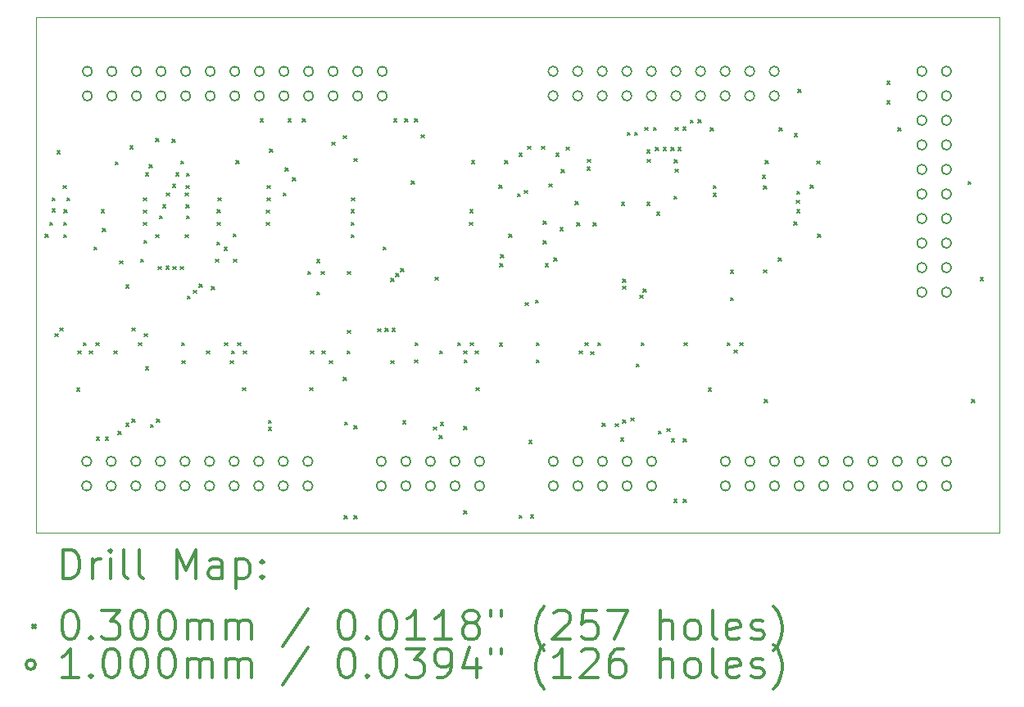
<source format=gbr>
%FSLAX45Y45*%
G04 Gerber Fmt 4.5, Leading zero omitted, Abs format (unit mm)*
G04 Created by KiCad (PCBNEW (5.1.12-1-10_14)) date 2021-12-19 18:27:56*
%MOMM*%
%LPD*%
G01*
G04 APERTURE LIST*
%TA.AperFunction,Profile*%
%ADD10C,0.100000*%
%TD*%
%ADD11C,0.200000*%
%ADD12C,0.300000*%
G04 APERTURE END LIST*
D10*
X3048000Y-6858000D02*
X13004800Y-6858000D01*
X13004800Y-6858000D02*
X13004800Y-12192000D01*
X3048000Y-12192000D02*
X3048000Y-6858000D01*
X13004800Y-12192000D02*
X3048000Y-12192000D01*
D11*
X3144760Y-9098520D02*
X3174760Y-9128520D01*
X3174760Y-9098520D02*
X3144760Y-9128520D01*
X3188731Y-8976600D02*
X3218731Y-9006600D01*
X3218731Y-8976600D02*
X3188731Y-9006600D01*
X3214131Y-8722299D02*
X3244131Y-8752299D01*
X3244131Y-8722299D02*
X3214131Y-8752299D01*
X3214132Y-8839440D02*
X3244132Y-8869440D01*
X3244132Y-8839440D02*
X3214132Y-8869440D01*
X3246360Y-10129760D02*
X3276360Y-10159760D01*
X3276360Y-10129760D02*
X3246360Y-10159760D01*
X3264934Y-8234920D02*
X3294934Y-8264920D01*
X3294934Y-8234920D02*
X3264934Y-8264920D01*
X3295411Y-10068800D02*
X3325411Y-10098800D01*
X3325411Y-10068800D02*
X3295411Y-10098800D01*
X3327639Y-8595600D02*
X3357639Y-8625600D01*
X3357639Y-8595600D02*
X3327639Y-8625600D01*
X3332720Y-8976600D02*
X3362720Y-9006600D01*
X3362720Y-8976600D02*
X3332720Y-9006600D01*
X3332720Y-9103600D02*
X3362720Y-9133600D01*
X3362720Y-9103600D02*
X3332720Y-9133600D01*
X3337634Y-8844520D02*
X3367634Y-8874520D01*
X3367634Y-8844520D02*
X3337634Y-8874520D01*
X3368281Y-8722600D02*
X3398281Y-8752600D01*
X3398281Y-8722600D02*
X3368281Y-8752600D01*
X3471150Y-10689830D02*
X3501150Y-10719830D01*
X3501150Y-10689830D02*
X3471150Y-10719830D01*
X3480040Y-10307560D02*
X3510040Y-10337560D01*
X3510040Y-10307560D02*
X3480040Y-10337560D01*
X3535920Y-10221200D02*
X3565920Y-10251200D01*
X3565920Y-10221200D02*
X3535920Y-10251200D01*
X3601960Y-10307560D02*
X3631960Y-10337560D01*
X3631960Y-10307560D02*
X3601960Y-10337560D01*
X3647680Y-9230600D02*
X3677680Y-9260600D01*
X3677680Y-9230600D02*
X3647680Y-9260600D01*
X3668000Y-10221200D02*
X3698000Y-10251200D01*
X3698000Y-10221200D02*
X3668000Y-10251200D01*
X3673080Y-11201640D02*
X3703080Y-11231640D01*
X3703080Y-11201640D02*
X3673080Y-11231640D01*
X3723880Y-8844520D02*
X3753880Y-8874520D01*
X3753880Y-8844520D02*
X3723880Y-8874520D01*
X3734040Y-9042640D02*
X3764040Y-9072640D01*
X3764040Y-9042640D02*
X3734040Y-9072640D01*
X3764520Y-11201640D02*
X3794520Y-11231640D01*
X3794520Y-11201640D02*
X3764520Y-11231640D01*
X3855960Y-10307560D02*
X3885960Y-10337560D01*
X3885960Y-10307560D02*
X3855960Y-10337560D01*
X3867530Y-8350350D02*
X3897530Y-8380350D01*
X3897530Y-8350350D02*
X3867530Y-8380350D01*
X3896600Y-11140680D02*
X3926600Y-11170680D01*
X3926600Y-11140680D02*
X3896600Y-11170680D01*
X3915650Y-9374110D02*
X3945650Y-9404110D01*
X3945650Y-9374110D02*
X3915650Y-9404110D01*
X3977880Y-11054320D02*
X4007880Y-11084320D01*
X4007880Y-11054320D02*
X3977880Y-11084320D01*
X3979150Y-9625570D02*
X4009150Y-9655570D01*
X4009150Y-9625570D02*
X3979150Y-9655570D01*
X4018520Y-8184120D02*
X4048520Y-8214120D01*
X4048520Y-8184120D02*
X4018520Y-8214120D01*
X4038840Y-10068800D02*
X4068840Y-10098800D01*
X4068840Y-10068800D02*
X4038840Y-10098800D01*
X4042650Y-11012410D02*
X4072650Y-11042410D01*
X4072650Y-11012410D02*
X4042650Y-11042410D01*
X4109960Y-10221200D02*
X4139960Y-10251200D01*
X4139960Y-10221200D02*
X4109960Y-10251200D01*
X4130280Y-9357600D02*
X4160280Y-9387600D01*
X4160280Y-9357600D02*
X4130280Y-9387600D01*
X4157428Y-8722600D02*
X4187428Y-8752600D01*
X4187428Y-8722600D02*
X4157428Y-8752600D01*
X4157428Y-8849600D02*
X4187428Y-8879600D01*
X4187428Y-8849600D02*
X4157428Y-8879600D01*
X4157428Y-8976600D02*
X4187428Y-9006600D01*
X4187428Y-8976600D02*
X4157428Y-9006600D01*
X4162508Y-9164560D02*
X4192508Y-9194560D01*
X4192508Y-9164560D02*
X4162508Y-9194560D01*
X4169650Y-10128490D02*
X4199650Y-10158490D01*
X4199650Y-10128490D02*
X4169650Y-10158490D01*
X4181080Y-8463520D02*
X4211080Y-8493520D01*
X4211080Y-8463520D02*
X4181080Y-8493520D01*
X4182155Y-10471195D02*
X4212155Y-10501195D01*
X4212155Y-10471195D02*
X4182155Y-10501195D01*
X4219971Y-8382240D02*
X4249971Y-8412240D01*
X4249971Y-8382240D02*
X4219971Y-8412240D01*
X4231378Y-11069736D02*
X4261378Y-11099736D01*
X4261378Y-11069736D02*
X4231378Y-11099736D01*
X4286011Y-9103600D02*
X4316011Y-9133600D01*
X4316011Y-9103600D02*
X4286011Y-9133600D01*
X4286884Y-8108796D02*
X4316884Y-8138796D01*
X4316884Y-8108796D02*
X4286884Y-8138796D01*
X4296650Y-11014950D02*
X4326650Y-11044950D01*
X4326650Y-11014950D02*
X4296650Y-11044950D01*
X4313160Y-9433800D02*
X4343160Y-9463800D01*
X4343160Y-9433800D02*
X4313160Y-9463800D01*
X4323320Y-8910560D02*
X4353320Y-8940560D01*
X4353320Y-8910560D02*
X4323320Y-8940560D01*
X4358880Y-8793720D02*
X4388880Y-8823720D01*
X4388880Y-8793720D02*
X4358880Y-8823720D01*
X4391157Y-9432659D02*
X4421157Y-9462659D01*
X4421157Y-9432659D02*
X4391157Y-9462659D01*
X4394440Y-8671800D02*
X4424440Y-8701800D01*
X4424440Y-8671800D02*
X4394440Y-8701800D01*
X4455400Y-8118080D02*
X4485400Y-8148080D01*
X4485400Y-8118080D02*
X4455400Y-8148080D01*
X4460480Y-8585440D02*
X4490480Y-8615440D01*
X4490480Y-8585440D02*
X4460480Y-8615440D01*
X4463849Y-9433831D02*
X4493849Y-9463831D01*
X4493849Y-9433831D02*
X4463849Y-9463831D01*
X4492709Y-8463520D02*
X4522709Y-8493520D01*
X4522709Y-8463520D02*
X4492709Y-8493520D01*
X4541760Y-9433800D02*
X4571760Y-9463800D01*
X4571760Y-9433800D02*
X4541760Y-9463800D01*
X4544300Y-8344140D02*
X4574300Y-8374140D01*
X4574300Y-8344140D02*
X4544300Y-8374140D01*
X4551920Y-10221200D02*
X4581920Y-10251200D01*
X4581920Y-10221200D02*
X4551920Y-10251200D01*
X4557000Y-10409160D02*
X4587000Y-10439160D01*
X4587000Y-10409160D02*
X4557000Y-10439160D01*
X4592560Y-8671800D02*
X4622560Y-8701800D01*
X4622560Y-8671800D02*
X4592560Y-8701800D01*
X4592560Y-9103600D02*
X4622560Y-9133600D01*
X4622560Y-9103600D02*
X4592560Y-9133600D01*
X4597640Y-8595600D02*
X4627640Y-8625600D01*
X4627640Y-8595600D02*
X4597640Y-8625600D01*
X4597640Y-8793720D02*
X4627640Y-8823720D01*
X4627640Y-8793720D02*
X4597640Y-8823720D01*
X4602720Y-8910560D02*
X4632720Y-8940560D01*
X4632720Y-8910560D02*
X4602720Y-8940560D01*
X4604301Y-8468600D02*
X4634301Y-8498600D01*
X4634301Y-8468600D02*
X4604301Y-8498600D01*
X4612880Y-9738600D02*
X4642880Y-9768600D01*
X4642880Y-9738600D02*
X4612880Y-9768600D01*
X4677650Y-9678910D02*
X4707650Y-9708910D01*
X4707650Y-9678910D02*
X4677650Y-9708910D01*
X4733801Y-9616239D02*
X4763801Y-9646239D01*
X4763801Y-9616239D02*
X4733801Y-9646239D01*
X4811000Y-10307560D02*
X4841000Y-10337560D01*
X4841000Y-10307560D02*
X4811000Y-10337560D01*
X4861800Y-9642080D02*
X4891800Y-9672080D01*
X4891800Y-9642080D02*
X4861800Y-9672080D01*
X4902440Y-9357600D02*
X4932440Y-9387600D01*
X4932440Y-9357600D02*
X4902440Y-9387600D01*
X4917680Y-9179800D02*
X4947680Y-9209800D01*
X4947680Y-9179800D02*
X4917680Y-9209800D01*
X4922760Y-8844520D02*
X4952760Y-8874520D01*
X4952760Y-8844520D02*
X4922760Y-8874520D01*
X4922760Y-8976600D02*
X4952760Y-9006600D01*
X4952760Y-8976600D02*
X4922760Y-9006600D01*
X4927840Y-8722600D02*
X4957840Y-8752600D01*
X4957840Y-8722600D02*
X4927840Y-8752600D01*
X4993880Y-9235680D02*
X5023880Y-9265680D01*
X5023880Y-9235680D02*
X4993880Y-9265680D01*
X4998960Y-10221200D02*
X5028960Y-10251200D01*
X5028960Y-10221200D02*
X4998960Y-10251200D01*
X5054840Y-10409160D02*
X5084840Y-10439160D01*
X5084840Y-10409160D02*
X5054840Y-10439160D01*
X5070080Y-10307560D02*
X5100080Y-10337560D01*
X5100080Y-10307560D02*
X5070080Y-10337560D01*
X5087860Y-9095980D02*
X5117860Y-9125980D01*
X5117860Y-9095980D02*
X5087860Y-9125980D01*
X5090400Y-9357600D02*
X5120400Y-9387600D01*
X5120400Y-9357600D02*
X5090400Y-9387600D01*
X5115800Y-8336520D02*
X5145800Y-8366520D01*
X5145800Y-8336520D02*
X5115800Y-8366520D01*
X5131040Y-10221200D02*
X5161040Y-10251200D01*
X5161040Y-10221200D02*
X5131040Y-10251200D01*
X5181840Y-10688560D02*
X5211840Y-10718560D01*
X5211840Y-10688560D02*
X5181840Y-10718560D01*
X5192000Y-10307560D02*
X5222000Y-10337560D01*
X5222000Y-10307560D02*
X5192000Y-10337560D01*
X5364720Y-7904720D02*
X5394720Y-7934720D01*
X5394720Y-7904720D02*
X5364720Y-7934720D01*
X5430760Y-8849600D02*
X5460760Y-8879600D01*
X5460760Y-8849600D02*
X5430760Y-8879600D01*
X5430760Y-8976600D02*
X5460760Y-9006600D01*
X5460760Y-8976600D02*
X5430760Y-9006600D01*
X5435840Y-8595600D02*
X5465840Y-8625600D01*
X5465840Y-8595600D02*
X5435840Y-8625600D01*
X5435840Y-8722600D02*
X5465840Y-8752600D01*
X5465840Y-8722600D02*
X5435840Y-8752600D01*
X5451080Y-11098290D02*
X5481080Y-11128290D01*
X5481080Y-11098290D02*
X5451080Y-11128290D01*
X5451644Y-11025591D02*
X5481644Y-11055591D01*
X5481644Y-11025591D02*
X5451644Y-11055591D01*
X5461240Y-8219680D02*
X5491240Y-8249680D01*
X5491240Y-8219680D02*
X5461240Y-8249680D01*
X5603480Y-8671800D02*
X5633480Y-8701800D01*
X5633480Y-8671800D02*
X5603480Y-8701800D01*
X5623800Y-8412721D02*
X5653800Y-8442721D01*
X5653800Y-8412721D02*
X5623800Y-8442721D01*
X5654280Y-7904720D02*
X5684280Y-7934720D01*
X5684280Y-7904720D02*
X5654280Y-7934720D01*
X5700000Y-8514320D02*
X5730000Y-8544320D01*
X5730000Y-8514320D02*
X5700000Y-8544320D01*
X5801600Y-7904720D02*
X5831600Y-7934720D01*
X5831600Y-7904720D02*
X5801600Y-7934720D01*
X5857480Y-9484600D02*
X5887480Y-9514600D01*
X5887480Y-9484600D02*
X5857480Y-9514600D01*
X5877800Y-10688560D02*
X5907800Y-10718560D01*
X5907800Y-10688560D02*
X5877800Y-10718560D01*
X5887960Y-10307560D02*
X5917960Y-10337560D01*
X5917960Y-10307560D02*
X5887960Y-10337560D01*
X5948920Y-9362680D02*
X5978920Y-9392680D01*
X5978920Y-9362680D02*
X5948920Y-9392680D01*
X5948920Y-9697960D02*
X5978920Y-9727960D01*
X5978920Y-9697960D02*
X5948920Y-9727960D01*
X5998132Y-9484600D02*
X6028132Y-9514600D01*
X6028132Y-9484600D02*
X5998132Y-9514600D01*
X6004800Y-10307560D02*
X6034800Y-10337560D01*
X6034800Y-10307560D02*
X6004800Y-10337560D01*
X6081001Y-10409160D02*
X6111001Y-10439160D01*
X6111001Y-10409160D02*
X6081001Y-10439160D01*
X6106400Y-8148560D02*
X6136400Y-8178560D01*
X6136400Y-8148560D02*
X6106400Y-8178560D01*
X6223240Y-8078941D02*
X6253240Y-8108941D01*
X6253240Y-8078941D02*
X6223240Y-8108941D01*
X6223240Y-10581880D02*
X6253240Y-10611880D01*
X6253240Y-10581880D02*
X6223240Y-10611880D01*
X6233400Y-12014440D02*
X6263400Y-12044440D01*
X6263400Y-12014440D02*
X6233400Y-12044440D01*
X6238480Y-11044160D02*
X6268480Y-11074160D01*
X6268480Y-11044160D02*
X6238480Y-11074160D01*
X6263880Y-10307560D02*
X6293880Y-10337560D01*
X6293880Y-10307560D02*
X6263880Y-10337560D01*
X6265629Y-9484599D02*
X6295629Y-9514599D01*
X6295629Y-9484599D02*
X6265629Y-9514599D01*
X6268960Y-10094200D02*
X6298960Y-10124200D01*
X6298960Y-10094200D02*
X6268960Y-10124200D01*
X6304520Y-9103600D02*
X6334520Y-9133600D01*
X6334520Y-9103600D02*
X6304520Y-9133600D01*
X6304520Y-8844520D02*
X6334520Y-8874520D01*
X6334520Y-8844520D02*
X6304520Y-8874520D01*
X6304520Y-8976600D02*
X6334520Y-9006600D01*
X6334520Y-8976600D02*
X6304520Y-9006600D01*
X6309600Y-8722600D02*
X6339600Y-8752600D01*
X6339600Y-8722600D02*
X6309600Y-8752600D01*
X6334124Y-8317076D02*
X6364124Y-8347076D01*
X6364124Y-8317076D02*
X6334124Y-8347076D01*
X6335000Y-11079720D02*
X6365000Y-11109720D01*
X6365000Y-11079720D02*
X6335000Y-11109720D01*
X6335000Y-12014440D02*
X6365000Y-12044440D01*
X6365000Y-12014440D02*
X6335000Y-12044440D01*
X6578840Y-10078960D02*
X6608840Y-10108960D01*
X6608840Y-10078960D02*
X6578840Y-10108960D01*
X6634720Y-9230600D02*
X6664720Y-9260600D01*
X6664720Y-9230600D02*
X6634720Y-9260600D01*
X6656416Y-10073499D02*
X6686416Y-10103499D01*
X6686416Y-10073499D02*
X6656416Y-10103499D01*
X6716000Y-10409160D02*
X6746000Y-10439160D01*
X6746000Y-10409160D02*
X6716000Y-10439160D01*
X6717456Y-9558731D02*
X6747456Y-9588731D01*
X6747456Y-9558731D02*
X6717456Y-9588731D01*
X6729116Y-10073908D02*
X6759116Y-10103908D01*
X6759116Y-10073908D02*
X6729116Y-10103908D01*
X6746480Y-7904720D02*
X6776480Y-7934720D01*
X6776480Y-7904720D02*
X6746480Y-7934720D01*
X6766671Y-9505221D02*
X6796671Y-9535221D01*
X6796671Y-9505221D02*
X6766671Y-9535221D01*
X6817992Y-9453727D02*
X6847992Y-9483727D01*
X6847992Y-9453727D02*
X6817992Y-9483727D01*
X6837920Y-11028920D02*
X6867920Y-11058920D01*
X6867920Y-11028920D02*
X6837920Y-11058920D01*
X6858240Y-7904720D02*
X6888240Y-7934720D01*
X6888240Y-7904720D02*
X6858240Y-7934720D01*
X6926029Y-8549880D02*
X6956029Y-8579880D01*
X6956029Y-8549880D02*
X6926029Y-8579880D01*
X6959840Y-7904720D02*
X6989840Y-7934720D01*
X6989840Y-7904720D02*
X6959840Y-7934720D01*
X6959840Y-10399000D02*
X6989840Y-10429000D01*
X6989840Y-10399000D02*
X6959840Y-10429000D01*
X6964920Y-10221200D02*
X6994920Y-10251200D01*
X6994920Y-10221200D02*
X6964920Y-10251200D01*
X7030960Y-8072360D02*
X7060960Y-8102360D01*
X7060960Y-8072360D02*
X7030960Y-8102360D01*
X7158694Y-11092366D02*
X7188694Y-11122366D01*
X7188694Y-11092366D02*
X7158694Y-11122366D01*
X7173200Y-9545560D02*
X7203200Y-9575560D01*
X7203200Y-9545560D02*
X7173200Y-9575560D01*
X7213840Y-11181321D02*
X7243840Y-11211321D01*
X7243840Y-11181321D02*
X7213840Y-11211321D01*
X7218920Y-10307560D02*
X7248920Y-10337560D01*
X7248920Y-10307560D02*
X7218920Y-10337560D01*
X7229080Y-11046700D02*
X7259080Y-11076700D01*
X7259080Y-11046700D02*
X7229080Y-11076700D01*
X7406880Y-10221200D02*
X7436880Y-10251200D01*
X7436880Y-10221200D02*
X7406880Y-10251200D01*
X7467840Y-10307560D02*
X7497840Y-10337560D01*
X7497840Y-10307560D02*
X7467840Y-10337560D01*
X7467840Y-11089880D02*
X7497840Y-11119880D01*
X7497840Y-11089880D02*
X7467840Y-11119880D01*
X7467840Y-11963640D02*
X7497840Y-11993640D01*
X7497840Y-11963640D02*
X7467840Y-11993640D01*
X7472920Y-10399000D02*
X7502920Y-10429000D01*
X7502920Y-10399000D02*
X7472920Y-10429000D01*
X7528800Y-8976600D02*
X7558800Y-9006600D01*
X7558800Y-8976600D02*
X7528800Y-9006600D01*
X7533880Y-8844520D02*
X7563880Y-8874520D01*
X7563880Y-8844520D02*
X7533880Y-8874520D01*
X7538960Y-10221200D02*
X7568960Y-10251200D01*
X7568960Y-10221200D02*
X7538960Y-10251200D01*
X7549120Y-8336520D02*
X7579120Y-8366520D01*
X7579120Y-8336520D02*
X7549120Y-8366520D01*
X7589760Y-10307560D02*
X7619760Y-10337560D01*
X7619760Y-10307560D02*
X7589760Y-10337560D01*
X7594840Y-10688560D02*
X7624840Y-10718560D01*
X7624840Y-10688560D02*
X7594840Y-10718560D01*
X7831859Y-8590520D02*
X7861859Y-8620520D01*
X7861859Y-8590520D02*
X7831859Y-8620520D01*
X7838680Y-10226280D02*
X7868680Y-10256280D01*
X7868680Y-10226280D02*
X7838680Y-10256280D01*
X7843760Y-9403320D02*
X7873760Y-9433320D01*
X7873760Y-9403320D02*
X7843760Y-9433320D01*
X7848840Y-9311880D02*
X7878840Y-9341880D01*
X7878840Y-9311880D02*
X7848840Y-9341880D01*
X7892979Y-8336520D02*
X7922979Y-8366520D01*
X7922979Y-8336520D02*
X7892979Y-8366520D01*
X7935200Y-9098520D02*
X7965200Y-9128520D01*
X7965200Y-9098520D02*
X7935200Y-9128520D01*
X8025060Y-8681960D02*
X8055060Y-8711960D01*
X8055060Y-8681960D02*
X8025060Y-8711960D01*
X8041880Y-8260320D02*
X8071880Y-8290320D01*
X8071880Y-8260320D02*
X8041880Y-8290320D01*
X8041880Y-12009360D02*
X8071880Y-12039360D01*
X8071880Y-12009360D02*
X8041880Y-12039360D01*
X8097760Y-8646400D02*
X8127760Y-8676400D01*
X8127760Y-8646400D02*
X8097760Y-8676400D01*
X8102840Y-9807977D02*
X8132840Y-9837977D01*
X8132840Y-9807977D02*
X8102840Y-9837977D01*
X8128240Y-8189200D02*
X8158240Y-8219200D01*
X8158240Y-8189200D02*
X8128240Y-8219200D01*
X8143480Y-11232120D02*
X8173480Y-11262120D01*
X8173480Y-11232120D02*
X8143480Y-11262120D01*
X8160145Y-12004281D02*
X8190145Y-12034281D01*
X8190145Y-12004281D02*
X8160145Y-12034281D01*
X8209520Y-9782575D02*
X8239520Y-9812575D01*
X8239520Y-9782575D02*
X8209520Y-9812575D01*
X8219680Y-10221200D02*
X8249680Y-10251200D01*
X8249680Y-10221200D02*
X8219680Y-10251200D01*
X8219680Y-10399000D02*
X8249680Y-10429000D01*
X8249680Y-10399000D02*
X8219680Y-10429000D01*
X8275560Y-8189200D02*
X8305560Y-8219200D01*
X8305560Y-8189200D02*
X8275560Y-8219200D01*
X8290800Y-8966440D02*
X8320800Y-8996440D01*
X8320800Y-8966440D02*
X8290800Y-8996440D01*
X8290800Y-9169640D02*
X8320800Y-9199640D01*
X8320800Y-9169640D02*
X8290800Y-9199640D01*
X8311120Y-9403320D02*
X8341120Y-9433320D01*
X8341120Y-9403320D02*
X8311120Y-9433320D01*
X8351760Y-8580360D02*
X8381760Y-8610360D01*
X8381760Y-8580360D02*
X8351760Y-8610360D01*
X8402560Y-9347440D02*
X8432560Y-9377440D01*
X8432560Y-9347440D02*
X8402560Y-9377440D01*
X8422880Y-8260320D02*
X8452880Y-8290320D01*
X8452880Y-8260320D02*
X8422880Y-8290320D01*
X8463520Y-9034228D02*
X8493520Y-9064228D01*
X8493520Y-9034228D02*
X8463520Y-9064228D01*
X8478760Y-8433040D02*
X8508760Y-8463040D01*
X8508760Y-8433040D02*
X8478760Y-8463040D01*
X8529560Y-8199360D02*
X8559560Y-8229360D01*
X8559560Y-8199360D02*
X8529560Y-8229360D01*
X8621000Y-8763240D02*
X8651000Y-8793240D01*
X8651000Y-8763240D02*
X8621000Y-8793240D01*
X8636240Y-8981680D02*
X8666240Y-9011680D01*
X8666240Y-8981680D02*
X8636240Y-9011680D01*
X8661640Y-10307560D02*
X8691640Y-10337560D01*
X8691640Y-10307560D02*
X8661640Y-10337560D01*
X8722600Y-10221200D02*
X8752600Y-10251200D01*
X8752600Y-10221200D02*
X8722600Y-10251200D01*
X8742920Y-8407640D02*
X8772920Y-8437640D01*
X8772920Y-8407640D02*
X8742920Y-8437640D01*
X8748000Y-8326360D02*
X8778000Y-8356360D01*
X8778000Y-8326360D02*
X8748000Y-8356360D01*
X8782485Y-10313715D02*
X8812485Y-10343715D01*
X8812485Y-10313715D02*
X8782485Y-10343715D01*
X8808960Y-8981680D02*
X8838960Y-9011680D01*
X8838960Y-8981680D02*
X8808960Y-9011680D01*
X8854680Y-10221200D02*
X8884680Y-10251200D01*
X8884680Y-10221200D02*
X8854680Y-10251200D01*
X8900400Y-11054320D02*
X8930400Y-11084320D01*
X8930400Y-11054320D02*
X8900400Y-11084320D01*
X9037560Y-11059400D02*
X9067560Y-11089400D01*
X9067560Y-11059400D02*
X9037560Y-11089400D01*
X9090900Y-11209260D02*
X9120900Y-11239260D01*
X9120900Y-11209260D02*
X9090900Y-11239260D01*
X9098520Y-8768270D02*
X9128520Y-8798270D01*
X9128520Y-8768270D02*
X9098520Y-8798270D01*
X9112680Y-9638160D02*
X9142680Y-9668160D01*
X9142680Y-9638160D02*
X9112680Y-9668160D01*
X9113760Y-11023840D02*
X9143760Y-11053840D01*
X9143760Y-11023840D02*
X9113760Y-11053840D01*
X9114015Y-9565471D02*
X9144015Y-9595471D01*
X9144015Y-9565471D02*
X9114015Y-9595471D01*
X9157944Y-8045221D02*
X9187944Y-8075221D01*
X9187944Y-8045221D02*
X9157944Y-8075221D01*
X9196346Y-10999686D02*
X9226346Y-11029686D01*
X9226346Y-10999686D02*
X9196346Y-11029686D01*
X9235680Y-8045221D02*
X9265680Y-8075221D01*
X9265680Y-8045221D02*
X9235680Y-8075221D01*
X9253070Y-10442570D02*
X9283070Y-10472570D01*
X9283070Y-10442570D02*
X9253070Y-10472570D01*
X9288703Y-9730752D02*
X9318703Y-9760752D01*
X9318703Y-9730752D02*
X9288703Y-9760752D01*
X9301720Y-10221200D02*
X9331720Y-10251200D01*
X9331720Y-10221200D02*
X9301720Y-10251200D01*
X9322916Y-9666604D02*
X9352916Y-9696604D01*
X9352916Y-9666604D02*
X9322916Y-9696604D01*
X9339463Y-7994419D02*
X9369463Y-8024419D01*
X9369463Y-7994419D02*
X9339463Y-8024419D01*
X9362680Y-8229840D02*
X9392680Y-8259840D01*
X9392680Y-8229840D02*
X9362680Y-8259840D01*
X9362680Y-8768320D02*
X9392680Y-8798320D01*
X9392680Y-8768320D02*
X9362680Y-8798320D01*
X9365170Y-8323770D02*
X9395170Y-8353770D01*
X9395170Y-8323770D02*
X9365170Y-8353770D01*
X9428720Y-7994419D02*
X9458720Y-8024419D01*
X9458720Y-7994419D02*
X9428720Y-8024419D01*
X9449040Y-8204440D02*
X9479040Y-8234440D01*
X9479040Y-8204440D02*
X9449040Y-8234440D01*
X9464280Y-8869920D02*
X9494280Y-8899920D01*
X9494280Y-8869920D02*
X9464280Y-8899920D01*
X9479520Y-11135600D02*
X9509520Y-11165600D01*
X9509520Y-11135600D02*
X9479520Y-11165600D01*
X9530320Y-8204440D02*
X9560320Y-8234440D01*
X9560320Y-8204440D02*
X9530320Y-8234440D01*
X9570388Y-11112958D02*
X9600388Y-11142958D01*
X9600388Y-11112958D02*
X9570388Y-11142958D01*
X9610019Y-8204327D02*
X9640019Y-8234327D01*
X9640019Y-8204327D02*
X9610019Y-8234327D01*
X9616680Y-11215131D02*
X9646680Y-11245131D01*
X9646680Y-11215131D02*
X9616680Y-11245131D01*
X9642080Y-8707360D02*
X9672080Y-8737360D01*
X9672080Y-8707360D02*
X9642080Y-8737360D01*
X9642080Y-11841720D02*
X9672080Y-11871720D01*
X9672080Y-11841720D02*
X9642080Y-11871720D01*
X9647160Y-8331440D02*
X9677160Y-8361440D01*
X9677160Y-8331440D02*
X9647160Y-8361440D01*
X9652240Y-8427960D02*
X9682240Y-8457960D01*
X9682240Y-8427960D02*
X9652240Y-8457960D01*
X9652435Y-7994603D02*
X9682435Y-8024603D01*
X9682435Y-7994603D02*
X9652435Y-8024603D01*
X9682720Y-8204440D02*
X9712720Y-8234440D01*
X9712720Y-8204440D02*
X9682720Y-8234440D01*
X9733520Y-7991080D02*
X9763520Y-8021080D01*
X9763520Y-7991080D02*
X9733520Y-8021080D01*
X9738600Y-11841720D02*
X9768600Y-11871720D01*
X9768600Y-11841720D02*
X9738600Y-11871720D01*
X9740349Y-11215131D02*
X9770349Y-11245131D01*
X9770349Y-11215131D02*
X9740349Y-11245131D01*
X9748760Y-10221200D02*
X9778760Y-10251200D01*
X9778760Y-10221200D02*
X9748760Y-10251200D01*
X9809145Y-7919662D02*
X9839145Y-7949662D01*
X9839145Y-7919662D02*
X9809145Y-7949662D01*
X9891000Y-7914880D02*
X9921000Y-7944880D01*
X9921000Y-7914880D02*
X9891000Y-7944880D01*
X9998450Y-10692870D02*
X10028450Y-10722870D01*
X10028450Y-10692870D02*
X9998450Y-10722870D01*
X10018000Y-8001240D02*
X10048000Y-8031240D01*
X10048000Y-8001240D02*
X10018000Y-8031240D01*
X10048480Y-8595600D02*
X10078480Y-8625600D01*
X10078480Y-8595600D02*
X10048480Y-8625600D01*
X10048480Y-8676880D02*
X10078480Y-8706880D01*
X10078480Y-8676880D02*
X10048480Y-8706880D01*
X10190720Y-10221200D02*
X10220720Y-10251200D01*
X10220720Y-10221200D02*
X10190720Y-10251200D01*
X10226280Y-9474440D02*
X10256280Y-9504440D01*
X10256280Y-9474440D02*
X10226280Y-9504440D01*
X10226280Y-9755428D02*
X10256280Y-9785428D01*
X10256280Y-9755428D02*
X10226280Y-9785428D01*
X10261840Y-10297400D02*
X10291840Y-10327400D01*
X10291840Y-10297400D02*
X10261840Y-10327400D01*
X10322800Y-10221200D02*
X10352800Y-10251200D01*
X10352800Y-10221200D02*
X10322800Y-10251200D01*
X10556481Y-8488920D02*
X10586481Y-8518920D01*
X10586481Y-8488920D02*
X10556481Y-8518920D01*
X10566640Y-8600680D02*
X10596640Y-8630680D01*
X10596640Y-8600680D02*
X10566640Y-8630680D01*
X10566640Y-9469360D02*
X10596640Y-9499360D01*
X10596640Y-9469360D02*
X10566640Y-9499360D01*
X10576800Y-10810480D02*
X10606800Y-10840480D01*
X10606800Y-10810480D02*
X10576800Y-10840480D01*
X10586960Y-8336520D02*
X10616960Y-8366520D01*
X10616960Y-8336520D02*
X10586960Y-8366520D01*
X10719040Y-9347440D02*
X10749040Y-9377440D01*
X10749040Y-9347440D02*
X10719040Y-9377440D01*
X10729200Y-8001240D02*
X10759200Y-8031240D01*
X10759200Y-8001240D02*
X10729200Y-8031240D01*
X10881600Y-8971520D02*
X10911600Y-9001520D01*
X10911600Y-8971520D02*
X10881600Y-9001520D01*
X10886680Y-8057120D02*
X10916680Y-8087120D01*
X10916680Y-8057120D02*
X10886680Y-8087120D01*
X10907480Y-8747520D02*
X10937480Y-8777520D01*
X10937480Y-8747520D02*
X10907480Y-8777520D01*
X10912080Y-8656560D02*
X10942080Y-8686560D01*
X10942080Y-8656560D02*
X10912080Y-8686560D01*
X10912080Y-8844520D02*
X10942080Y-8874520D01*
X10942080Y-8844520D02*
X10912080Y-8874520D01*
X10922240Y-7599920D02*
X10952240Y-7629920D01*
X10952240Y-7599920D02*
X10922240Y-7629920D01*
X11052571Y-8590520D02*
X11082571Y-8620520D01*
X11082571Y-8590520D02*
X11052571Y-8620520D01*
X11120360Y-8341600D02*
X11150360Y-8371600D01*
X11150360Y-8341600D02*
X11120360Y-8371600D01*
X11125440Y-9098520D02*
X11155440Y-9128520D01*
X11155440Y-9098520D02*
X11125440Y-9128520D01*
X11843469Y-7518640D02*
X11873469Y-7548640D01*
X11873469Y-7518640D02*
X11843469Y-7548640D01*
X11843469Y-7721840D02*
X11873469Y-7751840D01*
X11873469Y-7721840D02*
X11843469Y-7751840D01*
X11958560Y-8001240D02*
X11988560Y-8031240D01*
X11988560Y-8001240D02*
X11958560Y-8031240D01*
X12679920Y-8554960D02*
X12709920Y-8584960D01*
X12709920Y-8554960D02*
X12679920Y-8584960D01*
X12720560Y-10810480D02*
X12750560Y-10840480D01*
X12750560Y-10810480D02*
X12720560Y-10840480D01*
X12806920Y-9550640D02*
X12836920Y-9580640D01*
X12836920Y-9550640D02*
X12806920Y-9580640D01*
X3621240Y-11450320D02*
G75*
G03*
X3621240Y-11450320I-50000J0D01*
G01*
X3621240Y-11704320D02*
G75*
G03*
X3621240Y-11704320I-50000J0D01*
G01*
X3628900Y-7415000D02*
G75*
G03*
X3628900Y-7415000I-50000J0D01*
G01*
X3628900Y-7669000D02*
G75*
G03*
X3628900Y-7669000I-50000J0D01*
G01*
X3875240Y-11450320D02*
G75*
G03*
X3875240Y-11450320I-50000J0D01*
G01*
X3875240Y-11704320D02*
G75*
G03*
X3875240Y-11704320I-50000J0D01*
G01*
X3882900Y-7415000D02*
G75*
G03*
X3882900Y-7415000I-50000J0D01*
G01*
X3882900Y-7669000D02*
G75*
G03*
X3882900Y-7669000I-50000J0D01*
G01*
X4129240Y-11450320D02*
G75*
G03*
X4129240Y-11450320I-50000J0D01*
G01*
X4129240Y-11704320D02*
G75*
G03*
X4129240Y-11704320I-50000J0D01*
G01*
X4136900Y-7415000D02*
G75*
G03*
X4136900Y-7415000I-50000J0D01*
G01*
X4136900Y-7669000D02*
G75*
G03*
X4136900Y-7669000I-50000J0D01*
G01*
X4383240Y-11450320D02*
G75*
G03*
X4383240Y-11450320I-50000J0D01*
G01*
X4383240Y-11704320D02*
G75*
G03*
X4383240Y-11704320I-50000J0D01*
G01*
X4390900Y-7415000D02*
G75*
G03*
X4390900Y-7415000I-50000J0D01*
G01*
X4390900Y-7669000D02*
G75*
G03*
X4390900Y-7669000I-50000J0D01*
G01*
X4637240Y-11450320D02*
G75*
G03*
X4637240Y-11450320I-50000J0D01*
G01*
X4637240Y-11704320D02*
G75*
G03*
X4637240Y-11704320I-50000J0D01*
G01*
X4644900Y-7415000D02*
G75*
G03*
X4644900Y-7415000I-50000J0D01*
G01*
X4644900Y-7669000D02*
G75*
G03*
X4644900Y-7669000I-50000J0D01*
G01*
X4891240Y-11450320D02*
G75*
G03*
X4891240Y-11450320I-50000J0D01*
G01*
X4891240Y-11704320D02*
G75*
G03*
X4891240Y-11704320I-50000J0D01*
G01*
X4898900Y-7415000D02*
G75*
G03*
X4898900Y-7415000I-50000J0D01*
G01*
X4898900Y-7669000D02*
G75*
G03*
X4898900Y-7669000I-50000J0D01*
G01*
X5145240Y-11450320D02*
G75*
G03*
X5145240Y-11450320I-50000J0D01*
G01*
X5145240Y-11704320D02*
G75*
G03*
X5145240Y-11704320I-50000J0D01*
G01*
X5152900Y-7415000D02*
G75*
G03*
X5152900Y-7415000I-50000J0D01*
G01*
X5152900Y-7669000D02*
G75*
G03*
X5152900Y-7669000I-50000J0D01*
G01*
X5399240Y-11450320D02*
G75*
G03*
X5399240Y-11450320I-50000J0D01*
G01*
X5399240Y-11704320D02*
G75*
G03*
X5399240Y-11704320I-50000J0D01*
G01*
X5406900Y-7415000D02*
G75*
G03*
X5406900Y-7415000I-50000J0D01*
G01*
X5406900Y-7669000D02*
G75*
G03*
X5406900Y-7669000I-50000J0D01*
G01*
X5653240Y-11450320D02*
G75*
G03*
X5653240Y-11450320I-50000J0D01*
G01*
X5653240Y-11704320D02*
G75*
G03*
X5653240Y-11704320I-50000J0D01*
G01*
X5660900Y-7415000D02*
G75*
G03*
X5660900Y-7415000I-50000J0D01*
G01*
X5660900Y-7669000D02*
G75*
G03*
X5660900Y-7669000I-50000J0D01*
G01*
X5907240Y-11450320D02*
G75*
G03*
X5907240Y-11450320I-50000J0D01*
G01*
X5907240Y-11704320D02*
G75*
G03*
X5907240Y-11704320I-50000J0D01*
G01*
X5914900Y-7415000D02*
G75*
G03*
X5914900Y-7415000I-50000J0D01*
G01*
X5914900Y-7669000D02*
G75*
G03*
X5914900Y-7669000I-50000J0D01*
G01*
X6168900Y-7415000D02*
G75*
G03*
X6168900Y-7415000I-50000J0D01*
G01*
X6168900Y-7669000D02*
G75*
G03*
X6168900Y-7669000I-50000J0D01*
G01*
X6422900Y-7415000D02*
G75*
G03*
X6422900Y-7415000I-50000J0D01*
G01*
X6422900Y-7669000D02*
G75*
G03*
X6422900Y-7669000I-50000J0D01*
G01*
X6666700Y-11450320D02*
G75*
G03*
X6666700Y-11450320I-50000J0D01*
G01*
X6666700Y-11704320D02*
G75*
G03*
X6666700Y-11704320I-50000J0D01*
G01*
X6676900Y-7415000D02*
G75*
G03*
X6676900Y-7415000I-50000J0D01*
G01*
X6676900Y-7669000D02*
G75*
G03*
X6676900Y-7669000I-50000J0D01*
G01*
X6920700Y-11450320D02*
G75*
G03*
X6920700Y-11450320I-50000J0D01*
G01*
X6920700Y-11704320D02*
G75*
G03*
X6920700Y-11704320I-50000J0D01*
G01*
X7174700Y-11450320D02*
G75*
G03*
X7174700Y-11450320I-50000J0D01*
G01*
X7174700Y-11704320D02*
G75*
G03*
X7174700Y-11704320I-50000J0D01*
G01*
X7428700Y-11450320D02*
G75*
G03*
X7428700Y-11450320I-50000J0D01*
G01*
X7428700Y-11704320D02*
G75*
G03*
X7428700Y-11704320I-50000J0D01*
G01*
X7682700Y-11450320D02*
G75*
G03*
X7682700Y-11450320I-50000J0D01*
G01*
X7682700Y-11704320D02*
G75*
G03*
X7682700Y-11704320I-50000J0D01*
G01*
X8442160Y-7415000D02*
G75*
G03*
X8442160Y-7415000I-50000J0D01*
G01*
X8442160Y-7669000D02*
G75*
G03*
X8442160Y-7669000I-50000J0D01*
G01*
X8444700Y-11450320D02*
G75*
G03*
X8444700Y-11450320I-50000J0D01*
G01*
X8444700Y-11704320D02*
G75*
G03*
X8444700Y-11704320I-50000J0D01*
G01*
X8696160Y-7415000D02*
G75*
G03*
X8696160Y-7415000I-50000J0D01*
G01*
X8696160Y-7669000D02*
G75*
G03*
X8696160Y-7669000I-50000J0D01*
G01*
X8698700Y-11450320D02*
G75*
G03*
X8698700Y-11450320I-50000J0D01*
G01*
X8698700Y-11704320D02*
G75*
G03*
X8698700Y-11704320I-50000J0D01*
G01*
X8950160Y-7415000D02*
G75*
G03*
X8950160Y-7415000I-50000J0D01*
G01*
X8950160Y-7669000D02*
G75*
G03*
X8950160Y-7669000I-50000J0D01*
G01*
X8952700Y-11450320D02*
G75*
G03*
X8952700Y-11450320I-50000J0D01*
G01*
X8952700Y-11704320D02*
G75*
G03*
X8952700Y-11704320I-50000J0D01*
G01*
X9204160Y-7415000D02*
G75*
G03*
X9204160Y-7415000I-50000J0D01*
G01*
X9204160Y-7669000D02*
G75*
G03*
X9204160Y-7669000I-50000J0D01*
G01*
X9206700Y-11450320D02*
G75*
G03*
X9206700Y-11450320I-50000J0D01*
G01*
X9206700Y-11704320D02*
G75*
G03*
X9206700Y-11704320I-50000J0D01*
G01*
X9458160Y-7415000D02*
G75*
G03*
X9458160Y-7415000I-50000J0D01*
G01*
X9458160Y-7669000D02*
G75*
G03*
X9458160Y-7669000I-50000J0D01*
G01*
X9460700Y-11450320D02*
G75*
G03*
X9460700Y-11450320I-50000J0D01*
G01*
X9460700Y-11704320D02*
G75*
G03*
X9460700Y-11704320I-50000J0D01*
G01*
X9712160Y-7415000D02*
G75*
G03*
X9712160Y-7415000I-50000J0D01*
G01*
X9712160Y-7669000D02*
G75*
G03*
X9712160Y-7669000I-50000J0D01*
G01*
X9966160Y-7415000D02*
G75*
G03*
X9966160Y-7415000I-50000J0D01*
G01*
X9966160Y-7669000D02*
G75*
G03*
X9966160Y-7669000I-50000J0D01*
G01*
X10220160Y-7415000D02*
G75*
G03*
X10220160Y-7415000I-50000J0D01*
G01*
X10220160Y-7669000D02*
G75*
G03*
X10220160Y-7669000I-50000J0D01*
G01*
X10222700Y-11450320D02*
G75*
G03*
X10222700Y-11450320I-50000J0D01*
G01*
X10222700Y-11704320D02*
G75*
G03*
X10222700Y-11704320I-50000J0D01*
G01*
X10474160Y-7415000D02*
G75*
G03*
X10474160Y-7415000I-50000J0D01*
G01*
X10474160Y-7669000D02*
G75*
G03*
X10474160Y-7669000I-50000J0D01*
G01*
X10476700Y-11450320D02*
G75*
G03*
X10476700Y-11450320I-50000J0D01*
G01*
X10476700Y-11704320D02*
G75*
G03*
X10476700Y-11704320I-50000J0D01*
G01*
X10728160Y-7415000D02*
G75*
G03*
X10728160Y-7415000I-50000J0D01*
G01*
X10728160Y-7669000D02*
G75*
G03*
X10728160Y-7669000I-50000J0D01*
G01*
X10730700Y-11450320D02*
G75*
G03*
X10730700Y-11450320I-50000J0D01*
G01*
X10730700Y-11704320D02*
G75*
G03*
X10730700Y-11704320I-50000J0D01*
G01*
X10984700Y-11450320D02*
G75*
G03*
X10984700Y-11450320I-50000J0D01*
G01*
X10984700Y-11704320D02*
G75*
G03*
X10984700Y-11704320I-50000J0D01*
G01*
X11238700Y-11450320D02*
G75*
G03*
X11238700Y-11450320I-50000J0D01*
G01*
X11238700Y-11704320D02*
G75*
G03*
X11238700Y-11704320I-50000J0D01*
G01*
X11492700Y-11450320D02*
G75*
G03*
X11492700Y-11450320I-50000J0D01*
G01*
X11492700Y-11704320D02*
G75*
G03*
X11492700Y-11704320I-50000J0D01*
G01*
X11746700Y-11450320D02*
G75*
G03*
X11746700Y-11450320I-50000J0D01*
G01*
X11746700Y-11704320D02*
G75*
G03*
X11746700Y-11704320I-50000J0D01*
G01*
X12000700Y-11450320D02*
G75*
G03*
X12000700Y-11450320I-50000J0D01*
G01*
X12000700Y-11704320D02*
G75*
G03*
X12000700Y-11704320I-50000J0D01*
G01*
X12253700Y-7414000D02*
G75*
G03*
X12253700Y-7414000I-50000J0D01*
G01*
X12253700Y-7668000D02*
G75*
G03*
X12253700Y-7668000I-50000J0D01*
G01*
X12253700Y-7922000D02*
G75*
G03*
X12253700Y-7922000I-50000J0D01*
G01*
X12253700Y-8176000D02*
G75*
G03*
X12253700Y-8176000I-50000J0D01*
G01*
X12253700Y-8430000D02*
G75*
G03*
X12253700Y-8430000I-50000J0D01*
G01*
X12253700Y-8684000D02*
G75*
G03*
X12253700Y-8684000I-50000J0D01*
G01*
X12253700Y-8938000D02*
G75*
G03*
X12253700Y-8938000I-50000J0D01*
G01*
X12253700Y-9192000D02*
G75*
G03*
X12253700Y-9192000I-50000J0D01*
G01*
X12253700Y-9446000D02*
G75*
G03*
X12253700Y-9446000I-50000J0D01*
G01*
X12253700Y-9700000D02*
G75*
G03*
X12253700Y-9700000I-50000J0D01*
G01*
X12254700Y-11450320D02*
G75*
G03*
X12254700Y-11450320I-50000J0D01*
G01*
X12254700Y-11704320D02*
G75*
G03*
X12254700Y-11704320I-50000J0D01*
G01*
X12507700Y-7414000D02*
G75*
G03*
X12507700Y-7414000I-50000J0D01*
G01*
X12507700Y-7668000D02*
G75*
G03*
X12507700Y-7668000I-50000J0D01*
G01*
X12507700Y-7922000D02*
G75*
G03*
X12507700Y-7922000I-50000J0D01*
G01*
X12507700Y-8176000D02*
G75*
G03*
X12507700Y-8176000I-50000J0D01*
G01*
X12507700Y-8430000D02*
G75*
G03*
X12507700Y-8430000I-50000J0D01*
G01*
X12507700Y-8684000D02*
G75*
G03*
X12507700Y-8684000I-50000J0D01*
G01*
X12507700Y-8938000D02*
G75*
G03*
X12507700Y-8938000I-50000J0D01*
G01*
X12507700Y-9192000D02*
G75*
G03*
X12507700Y-9192000I-50000J0D01*
G01*
X12507700Y-9446000D02*
G75*
G03*
X12507700Y-9446000I-50000J0D01*
G01*
X12507700Y-9700000D02*
G75*
G03*
X12507700Y-9700000I-50000J0D01*
G01*
X12508700Y-11450320D02*
G75*
G03*
X12508700Y-11450320I-50000J0D01*
G01*
X12508700Y-11704320D02*
G75*
G03*
X12508700Y-11704320I-50000J0D01*
G01*
D12*
X3329428Y-12662714D02*
X3329428Y-12362714D01*
X3400857Y-12362714D01*
X3443714Y-12377000D01*
X3472286Y-12405571D01*
X3486571Y-12434143D01*
X3500857Y-12491286D01*
X3500857Y-12534143D01*
X3486571Y-12591286D01*
X3472286Y-12619857D01*
X3443714Y-12648429D01*
X3400857Y-12662714D01*
X3329428Y-12662714D01*
X3629428Y-12662714D02*
X3629428Y-12462714D01*
X3629428Y-12519857D02*
X3643714Y-12491286D01*
X3658000Y-12477000D01*
X3686571Y-12462714D01*
X3715143Y-12462714D01*
X3815143Y-12662714D02*
X3815143Y-12462714D01*
X3815143Y-12362714D02*
X3800857Y-12377000D01*
X3815143Y-12391286D01*
X3829428Y-12377000D01*
X3815143Y-12362714D01*
X3815143Y-12391286D01*
X4000857Y-12662714D02*
X3972286Y-12648429D01*
X3958000Y-12619857D01*
X3958000Y-12362714D01*
X4158000Y-12662714D02*
X4129428Y-12648429D01*
X4115143Y-12619857D01*
X4115143Y-12362714D01*
X4500857Y-12662714D02*
X4500857Y-12362714D01*
X4600857Y-12577000D01*
X4700857Y-12362714D01*
X4700857Y-12662714D01*
X4972286Y-12662714D02*
X4972286Y-12505571D01*
X4958000Y-12477000D01*
X4929428Y-12462714D01*
X4872286Y-12462714D01*
X4843714Y-12477000D01*
X4972286Y-12648429D02*
X4943714Y-12662714D01*
X4872286Y-12662714D01*
X4843714Y-12648429D01*
X4829428Y-12619857D01*
X4829428Y-12591286D01*
X4843714Y-12562714D01*
X4872286Y-12548429D01*
X4943714Y-12548429D01*
X4972286Y-12534143D01*
X5115143Y-12462714D02*
X5115143Y-12762714D01*
X5115143Y-12477000D02*
X5143714Y-12462714D01*
X5200857Y-12462714D01*
X5229428Y-12477000D01*
X5243714Y-12491286D01*
X5258000Y-12519857D01*
X5258000Y-12605571D01*
X5243714Y-12634143D01*
X5229428Y-12648429D01*
X5200857Y-12662714D01*
X5143714Y-12662714D01*
X5115143Y-12648429D01*
X5386571Y-12634143D02*
X5400857Y-12648429D01*
X5386571Y-12662714D01*
X5372286Y-12648429D01*
X5386571Y-12634143D01*
X5386571Y-12662714D01*
X5386571Y-12477000D02*
X5400857Y-12491286D01*
X5386571Y-12505571D01*
X5372286Y-12491286D01*
X5386571Y-12477000D01*
X5386571Y-12505571D01*
X3013000Y-13142000D02*
X3043000Y-13172000D01*
X3043000Y-13142000D02*
X3013000Y-13172000D01*
X3386571Y-12992714D02*
X3415143Y-12992714D01*
X3443714Y-13007000D01*
X3458000Y-13021286D01*
X3472286Y-13049857D01*
X3486571Y-13107000D01*
X3486571Y-13178429D01*
X3472286Y-13235571D01*
X3458000Y-13264143D01*
X3443714Y-13278429D01*
X3415143Y-13292714D01*
X3386571Y-13292714D01*
X3358000Y-13278429D01*
X3343714Y-13264143D01*
X3329428Y-13235571D01*
X3315143Y-13178429D01*
X3315143Y-13107000D01*
X3329428Y-13049857D01*
X3343714Y-13021286D01*
X3358000Y-13007000D01*
X3386571Y-12992714D01*
X3615143Y-13264143D02*
X3629428Y-13278429D01*
X3615143Y-13292714D01*
X3600857Y-13278429D01*
X3615143Y-13264143D01*
X3615143Y-13292714D01*
X3729428Y-12992714D02*
X3915143Y-12992714D01*
X3815143Y-13107000D01*
X3858000Y-13107000D01*
X3886571Y-13121286D01*
X3900857Y-13135571D01*
X3915143Y-13164143D01*
X3915143Y-13235571D01*
X3900857Y-13264143D01*
X3886571Y-13278429D01*
X3858000Y-13292714D01*
X3772286Y-13292714D01*
X3743714Y-13278429D01*
X3729428Y-13264143D01*
X4100857Y-12992714D02*
X4129428Y-12992714D01*
X4158000Y-13007000D01*
X4172286Y-13021286D01*
X4186571Y-13049857D01*
X4200857Y-13107000D01*
X4200857Y-13178429D01*
X4186571Y-13235571D01*
X4172286Y-13264143D01*
X4158000Y-13278429D01*
X4129428Y-13292714D01*
X4100857Y-13292714D01*
X4072286Y-13278429D01*
X4058000Y-13264143D01*
X4043714Y-13235571D01*
X4029428Y-13178429D01*
X4029428Y-13107000D01*
X4043714Y-13049857D01*
X4058000Y-13021286D01*
X4072286Y-13007000D01*
X4100857Y-12992714D01*
X4386571Y-12992714D02*
X4415143Y-12992714D01*
X4443714Y-13007000D01*
X4458000Y-13021286D01*
X4472286Y-13049857D01*
X4486571Y-13107000D01*
X4486571Y-13178429D01*
X4472286Y-13235571D01*
X4458000Y-13264143D01*
X4443714Y-13278429D01*
X4415143Y-13292714D01*
X4386571Y-13292714D01*
X4358000Y-13278429D01*
X4343714Y-13264143D01*
X4329428Y-13235571D01*
X4315143Y-13178429D01*
X4315143Y-13107000D01*
X4329428Y-13049857D01*
X4343714Y-13021286D01*
X4358000Y-13007000D01*
X4386571Y-12992714D01*
X4615143Y-13292714D02*
X4615143Y-13092714D01*
X4615143Y-13121286D02*
X4629428Y-13107000D01*
X4658000Y-13092714D01*
X4700857Y-13092714D01*
X4729428Y-13107000D01*
X4743714Y-13135571D01*
X4743714Y-13292714D01*
X4743714Y-13135571D02*
X4758000Y-13107000D01*
X4786571Y-13092714D01*
X4829428Y-13092714D01*
X4858000Y-13107000D01*
X4872286Y-13135571D01*
X4872286Y-13292714D01*
X5015143Y-13292714D02*
X5015143Y-13092714D01*
X5015143Y-13121286D02*
X5029428Y-13107000D01*
X5058000Y-13092714D01*
X5100857Y-13092714D01*
X5129428Y-13107000D01*
X5143714Y-13135571D01*
X5143714Y-13292714D01*
X5143714Y-13135571D02*
X5158000Y-13107000D01*
X5186571Y-13092714D01*
X5229428Y-13092714D01*
X5258000Y-13107000D01*
X5272286Y-13135571D01*
X5272286Y-13292714D01*
X5858000Y-12978429D02*
X5600857Y-13364143D01*
X6243714Y-12992714D02*
X6272286Y-12992714D01*
X6300857Y-13007000D01*
X6315143Y-13021286D01*
X6329428Y-13049857D01*
X6343714Y-13107000D01*
X6343714Y-13178429D01*
X6329428Y-13235571D01*
X6315143Y-13264143D01*
X6300857Y-13278429D01*
X6272286Y-13292714D01*
X6243714Y-13292714D01*
X6215143Y-13278429D01*
X6200857Y-13264143D01*
X6186571Y-13235571D01*
X6172286Y-13178429D01*
X6172286Y-13107000D01*
X6186571Y-13049857D01*
X6200857Y-13021286D01*
X6215143Y-13007000D01*
X6243714Y-12992714D01*
X6472286Y-13264143D02*
X6486571Y-13278429D01*
X6472286Y-13292714D01*
X6458000Y-13278429D01*
X6472286Y-13264143D01*
X6472286Y-13292714D01*
X6672286Y-12992714D02*
X6700857Y-12992714D01*
X6729428Y-13007000D01*
X6743714Y-13021286D01*
X6758000Y-13049857D01*
X6772286Y-13107000D01*
X6772286Y-13178429D01*
X6758000Y-13235571D01*
X6743714Y-13264143D01*
X6729428Y-13278429D01*
X6700857Y-13292714D01*
X6672286Y-13292714D01*
X6643714Y-13278429D01*
X6629428Y-13264143D01*
X6615143Y-13235571D01*
X6600857Y-13178429D01*
X6600857Y-13107000D01*
X6615143Y-13049857D01*
X6629428Y-13021286D01*
X6643714Y-13007000D01*
X6672286Y-12992714D01*
X7058000Y-13292714D02*
X6886571Y-13292714D01*
X6972286Y-13292714D02*
X6972286Y-12992714D01*
X6943714Y-13035571D01*
X6915143Y-13064143D01*
X6886571Y-13078429D01*
X7343714Y-13292714D02*
X7172286Y-13292714D01*
X7258000Y-13292714D02*
X7258000Y-12992714D01*
X7229428Y-13035571D01*
X7200857Y-13064143D01*
X7172286Y-13078429D01*
X7515143Y-13121286D02*
X7486571Y-13107000D01*
X7472286Y-13092714D01*
X7458000Y-13064143D01*
X7458000Y-13049857D01*
X7472286Y-13021286D01*
X7486571Y-13007000D01*
X7515143Y-12992714D01*
X7572286Y-12992714D01*
X7600857Y-13007000D01*
X7615143Y-13021286D01*
X7629428Y-13049857D01*
X7629428Y-13064143D01*
X7615143Y-13092714D01*
X7600857Y-13107000D01*
X7572286Y-13121286D01*
X7515143Y-13121286D01*
X7486571Y-13135571D01*
X7472286Y-13149857D01*
X7458000Y-13178429D01*
X7458000Y-13235571D01*
X7472286Y-13264143D01*
X7486571Y-13278429D01*
X7515143Y-13292714D01*
X7572286Y-13292714D01*
X7600857Y-13278429D01*
X7615143Y-13264143D01*
X7629428Y-13235571D01*
X7629428Y-13178429D01*
X7615143Y-13149857D01*
X7600857Y-13135571D01*
X7572286Y-13121286D01*
X7743714Y-12992714D02*
X7743714Y-13049857D01*
X7858000Y-12992714D02*
X7858000Y-13049857D01*
X8300857Y-13407000D02*
X8286571Y-13392714D01*
X8258000Y-13349857D01*
X8243714Y-13321286D01*
X8229428Y-13278429D01*
X8215143Y-13207000D01*
X8215143Y-13149857D01*
X8229428Y-13078429D01*
X8243714Y-13035571D01*
X8258000Y-13007000D01*
X8286571Y-12964143D01*
X8300857Y-12949857D01*
X8400857Y-13021286D02*
X8415143Y-13007000D01*
X8443714Y-12992714D01*
X8515143Y-12992714D01*
X8543714Y-13007000D01*
X8558000Y-13021286D01*
X8572286Y-13049857D01*
X8572286Y-13078429D01*
X8558000Y-13121286D01*
X8386571Y-13292714D01*
X8572286Y-13292714D01*
X8843714Y-12992714D02*
X8700857Y-12992714D01*
X8686571Y-13135571D01*
X8700857Y-13121286D01*
X8729428Y-13107000D01*
X8800857Y-13107000D01*
X8829428Y-13121286D01*
X8843714Y-13135571D01*
X8858000Y-13164143D01*
X8858000Y-13235571D01*
X8843714Y-13264143D01*
X8829428Y-13278429D01*
X8800857Y-13292714D01*
X8729428Y-13292714D01*
X8700857Y-13278429D01*
X8686571Y-13264143D01*
X8958000Y-12992714D02*
X9158000Y-12992714D01*
X9029428Y-13292714D01*
X9500857Y-13292714D02*
X9500857Y-12992714D01*
X9629428Y-13292714D02*
X9629428Y-13135571D01*
X9615143Y-13107000D01*
X9586571Y-13092714D01*
X9543714Y-13092714D01*
X9515143Y-13107000D01*
X9500857Y-13121286D01*
X9815143Y-13292714D02*
X9786571Y-13278429D01*
X9772286Y-13264143D01*
X9758000Y-13235571D01*
X9758000Y-13149857D01*
X9772286Y-13121286D01*
X9786571Y-13107000D01*
X9815143Y-13092714D01*
X9858000Y-13092714D01*
X9886571Y-13107000D01*
X9900857Y-13121286D01*
X9915143Y-13149857D01*
X9915143Y-13235571D01*
X9900857Y-13264143D01*
X9886571Y-13278429D01*
X9858000Y-13292714D01*
X9815143Y-13292714D01*
X10086571Y-13292714D02*
X10058000Y-13278429D01*
X10043714Y-13249857D01*
X10043714Y-12992714D01*
X10315143Y-13278429D02*
X10286571Y-13292714D01*
X10229428Y-13292714D01*
X10200857Y-13278429D01*
X10186571Y-13249857D01*
X10186571Y-13135571D01*
X10200857Y-13107000D01*
X10229428Y-13092714D01*
X10286571Y-13092714D01*
X10315143Y-13107000D01*
X10329428Y-13135571D01*
X10329428Y-13164143D01*
X10186571Y-13192714D01*
X10443714Y-13278429D02*
X10472286Y-13292714D01*
X10529428Y-13292714D01*
X10558000Y-13278429D01*
X10572286Y-13249857D01*
X10572286Y-13235571D01*
X10558000Y-13207000D01*
X10529428Y-13192714D01*
X10486571Y-13192714D01*
X10458000Y-13178429D01*
X10443714Y-13149857D01*
X10443714Y-13135571D01*
X10458000Y-13107000D01*
X10486571Y-13092714D01*
X10529428Y-13092714D01*
X10558000Y-13107000D01*
X10672286Y-13407000D02*
X10686571Y-13392714D01*
X10715143Y-13349857D01*
X10729428Y-13321286D01*
X10743714Y-13278429D01*
X10758000Y-13207000D01*
X10758000Y-13149857D01*
X10743714Y-13078429D01*
X10729428Y-13035571D01*
X10715143Y-13007000D01*
X10686571Y-12964143D01*
X10672286Y-12949857D01*
X3043000Y-13553000D02*
G75*
G03*
X3043000Y-13553000I-50000J0D01*
G01*
X3486571Y-13688714D02*
X3315143Y-13688714D01*
X3400857Y-13688714D02*
X3400857Y-13388714D01*
X3372286Y-13431571D01*
X3343714Y-13460143D01*
X3315143Y-13474429D01*
X3615143Y-13660143D02*
X3629428Y-13674429D01*
X3615143Y-13688714D01*
X3600857Y-13674429D01*
X3615143Y-13660143D01*
X3615143Y-13688714D01*
X3815143Y-13388714D02*
X3843714Y-13388714D01*
X3872286Y-13403000D01*
X3886571Y-13417286D01*
X3900857Y-13445857D01*
X3915143Y-13503000D01*
X3915143Y-13574429D01*
X3900857Y-13631571D01*
X3886571Y-13660143D01*
X3872286Y-13674429D01*
X3843714Y-13688714D01*
X3815143Y-13688714D01*
X3786571Y-13674429D01*
X3772286Y-13660143D01*
X3758000Y-13631571D01*
X3743714Y-13574429D01*
X3743714Y-13503000D01*
X3758000Y-13445857D01*
X3772286Y-13417286D01*
X3786571Y-13403000D01*
X3815143Y-13388714D01*
X4100857Y-13388714D02*
X4129428Y-13388714D01*
X4158000Y-13403000D01*
X4172286Y-13417286D01*
X4186571Y-13445857D01*
X4200857Y-13503000D01*
X4200857Y-13574429D01*
X4186571Y-13631571D01*
X4172286Y-13660143D01*
X4158000Y-13674429D01*
X4129428Y-13688714D01*
X4100857Y-13688714D01*
X4072286Y-13674429D01*
X4058000Y-13660143D01*
X4043714Y-13631571D01*
X4029428Y-13574429D01*
X4029428Y-13503000D01*
X4043714Y-13445857D01*
X4058000Y-13417286D01*
X4072286Y-13403000D01*
X4100857Y-13388714D01*
X4386571Y-13388714D02*
X4415143Y-13388714D01*
X4443714Y-13403000D01*
X4458000Y-13417286D01*
X4472286Y-13445857D01*
X4486571Y-13503000D01*
X4486571Y-13574429D01*
X4472286Y-13631571D01*
X4458000Y-13660143D01*
X4443714Y-13674429D01*
X4415143Y-13688714D01*
X4386571Y-13688714D01*
X4358000Y-13674429D01*
X4343714Y-13660143D01*
X4329428Y-13631571D01*
X4315143Y-13574429D01*
X4315143Y-13503000D01*
X4329428Y-13445857D01*
X4343714Y-13417286D01*
X4358000Y-13403000D01*
X4386571Y-13388714D01*
X4615143Y-13688714D02*
X4615143Y-13488714D01*
X4615143Y-13517286D02*
X4629428Y-13503000D01*
X4658000Y-13488714D01*
X4700857Y-13488714D01*
X4729428Y-13503000D01*
X4743714Y-13531571D01*
X4743714Y-13688714D01*
X4743714Y-13531571D02*
X4758000Y-13503000D01*
X4786571Y-13488714D01*
X4829428Y-13488714D01*
X4858000Y-13503000D01*
X4872286Y-13531571D01*
X4872286Y-13688714D01*
X5015143Y-13688714D02*
X5015143Y-13488714D01*
X5015143Y-13517286D02*
X5029428Y-13503000D01*
X5058000Y-13488714D01*
X5100857Y-13488714D01*
X5129428Y-13503000D01*
X5143714Y-13531571D01*
X5143714Y-13688714D01*
X5143714Y-13531571D02*
X5158000Y-13503000D01*
X5186571Y-13488714D01*
X5229428Y-13488714D01*
X5258000Y-13503000D01*
X5272286Y-13531571D01*
X5272286Y-13688714D01*
X5858000Y-13374429D02*
X5600857Y-13760143D01*
X6243714Y-13388714D02*
X6272286Y-13388714D01*
X6300857Y-13403000D01*
X6315143Y-13417286D01*
X6329428Y-13445857D01*
X6343714Y-13503000D01*
X6343714Y-13574429D01*
X6329428Y-13631571D01*
X6315143Y-13660143D01*
X6300857Y-13674429D01*
X6272286Y-13688714D01*
X6243714Y-13688714D01*
X6215143Y-13674429D01*
X6200857Y-13660143D01*
X6186571Y-13631571D01*
X6172286Y-13574429D01*
X6172286Y-13503000D01*
X6186571Y-13445857D01*
X6200857Y-13417286D01*
X6215143Y-13403000D01*
X6243714Y-13388714D01*
X6472286Y-13660143D02*
X6486571Y-13674429D01*
X6472286Y-13688714D01*
X6458000Y-13674429D01*
X6472286Y-13660143D01*
X6472286Y-13688714D01*
X6672286Y-13388714D02*
X6700857Y-13388714D01*
X6729428Y-13403000D01*
X6743714Y-13417286D01*
X6758000Y-13445857D01*
X6772286Y-13503000D01*
X6772286Y-13574429D01*
X6758000Y-13631571D01*
X6743714Y-13660143D01*
X6729428Y-13674429D01*
X6700857Y-13688714D01*
X6672286Y-13688714D01*
X6643714Y-13674429D01*
X6629428Y-13660143D01*
X6615143Y-13631571D01*
X6600857Y-13574429D01*
X6600857Y-13503000D01*
X6615143Y-13445857D01*
X6629428Y-13417286D01*
X6643714Y-13403000D01*
X6672286Y-13388714D01*
X6872286Y-13388714D02*
X7058000Y-13388714D01*
X6958000Y-13503000D01*
X7000857Y-13503000D01*
X7029428Y-13517286D01*
X7043714Y-13531571D01*
X7058000Y-13560143D01*
X7058000Y-13631571D01*
X7043714Y-13660143D01*
X7029428Y-13674429D01*
X7000857Y-13688714D01*
X6915143Y-13688714D01*
X6886571Y-13674429D01*
X6872286Y-13660143D01*
X7200857Y-13688714D02*
X7258000Y-13688714D01*
X7286571Y-13674429D01*
X7300857Y-13660143D01*
X7329428Y-13617286D01*
X7343714Y-13560143D01*
X7343714Y-13445857D01*
X7329428Y-13417286D01*
X7315143Y-13403000D01*
X7286571Y-13388714D01*
X7229428Y-13388714D01*
X7200857Y-13403000D01*
X7186571Y-13417286D01*
X7172286Y-13445857D01*
X7172286Y-13517286D01*
X7186571Y-13545857D01*
X7200857Y-13560143D01*
X7229428Y-13574429D01*
X7286571Y-13574429D01*
X7315143Y-13560143D01*
X7329428Y-13545857D01*
X7343714Y-13517286D01*
X7600857Y-13488714D02*
X7600857Y-13688714D01*
X7529428Y-13374429D02*
X7458000Y-13588714D01*
X7643714Y-13588714D01*
X7743714Y-13388714D02*
X7743714Y-13445857D01*
X7858000Y-13388714D02*
X7858000Y-13445857D01*
X8300857Y-13803000D02*
X8286571Y-13788714D01*
X8258000Y-13745857D01*
X8243714Y-13717286D01*
X8229428Y-13674429D01*
X8215143Y-13603000D01*
X8215143Y-13545857D01*
X8229428Y-13474429D01*
X8243714Y-13431571D01*
X8258000Y-13403000D01*
X8286571Y-13360143D01*
X8300857Y-13345857D01*
X8572286Y-13688714D02*
X8400857Y-13688714D01*
X8486571Y-13688714D02*
X8486571Y-13388714D01*
X8458000Y-13431571D01*
X8429428Y-13460143D01*
X8400857Y-13474429D01*
X8686571Y-13417286D02*
X8700857Y-13403000D01*
X8729428Y-13388714D01*
X8800857Y-13388714D01*
X8829428Y-13403000D01*
X8843714Y-13417286D01*
X8858000Y-13445857D01*
X8858000Y-13474429D01*
X8843714Y-13517286D01*
X8672286Y-13688714D01*
X8858000Y-13688714D01*
X9115143Y-13388714D02*
X9058000Y-13388714D01*
X9029428Y-13403000D01*
X9015143Y-13417286D01*
X8986571Y-13460143D01*
X8972286Y-13517286D01*
X8972286Y-13631571D01*
X8986571Y-13660143D01*
X9000857Y-13674429D01*
X9029428Y-13688714D01*
X9086571Y-13688714D01*
X9115143Y-13674429D01*
X9129428Y-13660143D01*
X9143714Y-13631571D01*
X9143714Y-13560143D01*
X9129428Y-13531571D01*
X9115143Y-13517286D01*
X9086571Y-13503000D01*
X9029428Y-13503000D01*
X9000857Y-13517286D01*
X8986571Y-13531571D01*
X8972286Y-13560143D01*
X9500857Y-13688714D02*
X9500857Y-13388714D01*
X9629428Y-13688714D02*
X9629428Y-13531571D01*
X9615143Y-13503000D01*
X9586571Y-13488714D01*
X9543714Y-13488714D01*
X9515143Y-13503000D01*
X9500857Y-13517286D01*
X9815143Y-13688714D02*
X9786571Y-13674429D01*
X9772286Y-13660143D01*
X9758000Y-13631571D01*
X9758000Y-13545857D01*
X9772286Y-13517286D01*
X9786571Y-13503000D01*
X9815143Y-13488714D01*
X9858000Y-13488714D01*
X9886571Y-13503000D01*
X9900857Y-13517286D01*
X9915143Y-13545857D01*
X9915143Y-13631571D01*
X9900857Y-13660143D01*
X9886571Y-13674429D01*
X9858000Y-13688714D01*
X9815143Y-13688714D01*
X10086571Y-13688714D02*
X10058000Y-13674429D01*
X10043714Y-13645857D01*
X10043714Y-13388714D01*
X10315143Y-13674429D02*
X10286571Y-13688714D01*
X10229428Y-13688714D01*
X10200857Y-13674429D01*
X10186571Y-13645857D01*
X10186571Y-13531571D01*
X10200857Y-13503000D01*
X10229428Y-13488714D01*
X10286571Y-13488714D01*
X10315143Y-13503000D01*
X10329428Y-13531571D01*
X10329428Y-13560143D01*
X10186571Y-13588714D01*
X10443714Y-13674429D02*
X10472286Y-13688714D01*
X10529428Y-13688714D01*
X10558000Y-13674429D01*
X10572286Y-13645857D01*
X10572286Y-13631571D01*
X10558000Y-13603000D01*
X10529428Y-13588714D01*
X10486571Y-13588714D01*
X10458000Y-13574429D01*
X10443714Y-13545857D01*
X10443714Y-13531571D01*
X10458000Y-13503000D01*
X10486571Y-13488714D01*
X10529428Y-13488714D01*
X10558000Y-13503000D01*
X10672286Y-13803000D02*
X10686571Y-13788714D01*
X10715143Y-13745857D01*
X10729428Y-13717286D01*
X10743714Y-13674429D01*
X10758000Y-13603000D01*
X10758000Y-13545857D01*
X10743714Y-13474429D01*
X10729428Y-13431571D01*
X10715143Y-13403000D01*
X10686571Y-13360143D01*
X10672286Y-13345857D01*
M02*

</source>
